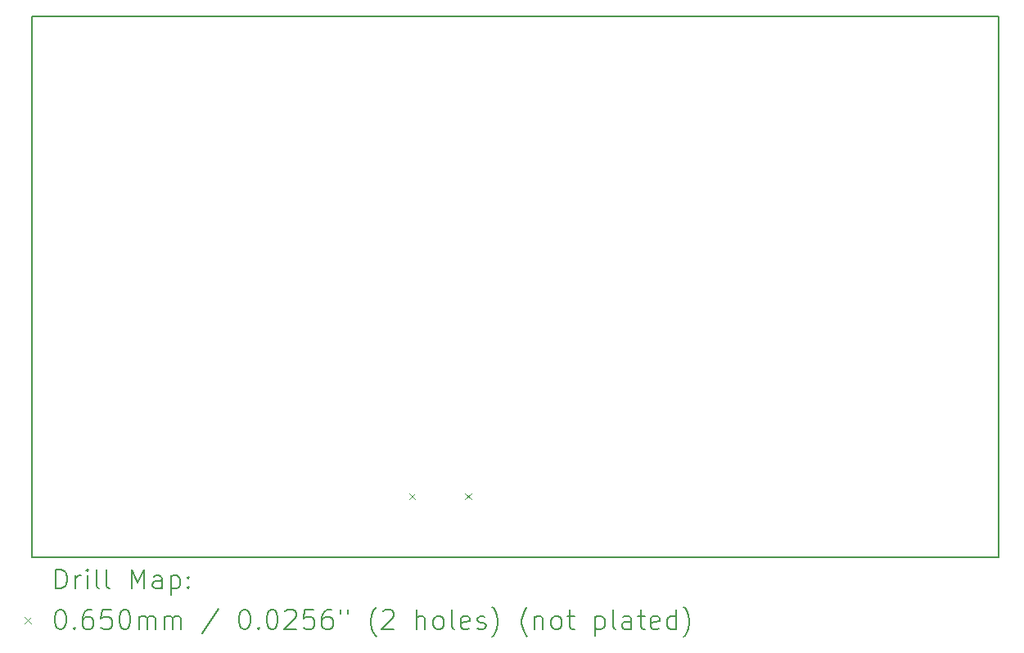
<source format=gbr>
%TF.GenerationSoftware,KiCad,Pcbnew,6.0.7-f9a2dced07~116~ubuntu20.04.1*%
%TF.CreationDate,2022-12-31T15:09:30-05:00*%
%TF.ProjectId,SmallKat v2,536d616c-6c4b-4617-9420-76322e6b6963,rev?*%
%TF.SameCoordinates,Original*%
%TF.FileFunction,Drillmap*%
%TF.FilePolarity,Positive*%
%FSLAX45Y45*%
G04 Gerber Fmt 4.5, Leading zero omitted, Abs format (unit mm)*
G04 Created by KiCad (PCBNEW 6.0.7-f9a2dced07~116~ubuntu20.04.1) date 2022-12-31 15:09:30*
%MOMM*%
%LPD*%
G01*
G04 APERTURE LIST*
%ADD10C,0.200000*%
%ADD11C,0.065000*%
G04 APERTURE END LIST*
D10*
X6815000Y-13780000D02*
X6815000Y-8180000D01*
X6815000Y-8180000D02*
X16815000Y-8180000D01*
X16815000Y-13780000D02*
X16815000Y-8180000D01*
X16815000Y-13780000D02*
X6815000Y-13780000D01*
D11*
X10714385Y-13115000D02*
X10779385Y-13180000D01*
X10779385Y-13115000D02*
X10714385Y-13180000D01*
X11292385Y-13115000D02*
X11357385Y-13180000D01*
X11357385Y-13115000D02*
X11292385Y-13180000D01*
D10*
X7062619Y-14100476D02*
X7062619Y-13900476D01*
X7110238Y-13900476D01*
X7138809Y-13910000D01*
X7157857Y-13929048D01*
X7167381Y-13948095D01*
X7176905Y-13986190D01*
X7176905Y-14014762D01*
X7167381Y-14052857D01*
X7157857Y-14071905D01*
X7138809Y-14090952D01*
X7110238Y-14100476D01*
X7062619Y-14100476D01*
X7262619Y-14100476D02*
X7262619Y-13967143D01*
X7262619Y-14005238D02*
X7272143Y-13986190D01*
X7281667Y-13976667D01*
X7300714Y-13967143D01*
X7319762Y-13967143D01*
X7386428Y-14100476D02*
X7386428Y-13967143D01*
X7386428Y-13900476D02*
X7376905Y-13910000D01*
X7386428Y-13919524D01*
X7395952Y-13910000D01*
X7386428Y-13900476D01*
X7386428Y-13919524D01*
X7510238Y-14100476D02*
X7491190Y-14090952D01*
X7481667Y-14071905D01*
X7481667Y-13900476D01*
X7615000Y-14100476D02*
X7595952Y-14090952D01*
X7586428Y-14071905D01*
X7586428Y-13900476D01*
X7843571Y-14100476D02*
X7843571Y-13900476D01*
X7910238Y-14043333D01*
X7976905Y-13900476D01*
X7976905Y-14100476D01*
X8157857Y-14100476D02*
X8157857Y-13995714D01*
X8148333Y-13976667D01*
X8129286Y-13967143D01*
X8091190Y-13967143D01*
X8072143Y-13976667D01*
X8157857Y-14090952D02*
X8138809Y-14100476D01*
X8091190Y-14100476D01*
X8072143Y-14090952D01*
X8062619Y-14071905D01*
X8062619Y-14052857D01*
X8072143Y-14033809D01*
X8091190Y-14024286D01*
X8138809Y-14024286D01*
X8157857Y-14014762D01*
X8253095Y-13967143D02*
X8253095Y-14167143D01*
X8253095Y-13976667D02*
X8272143Y-13967143D01*
X8310238Y-13967143D01*
X8329286Y-13976667D01*
X8338809Y-13986190D01*
X8348333Y-14005238D01*
X8348333Y-14062381D01*
X8338809Y-14081428D01*
X8329286Y-14090952D01*
X8310238Y-14100476D01*
X8272143Y-14100476D01*
X8253095Y-14090952D01*
X8434048Y-14081428D02*
X8443571Y-14090952D01*
X8434048Y-14100476D01*
X8424524Y-14090952D01*
X8434048Y-14081428D01*
X8434048Y-14100476D01*
X8434048Y-13976667D02*
X8443571Y-13986190D01*
X8434048Y-13995714D01*
X8424524Y-13986190D01*
X8434048Y-13976667D01*
X8434048Y-13995714D01*
D11*
X6740000Y-14397500D02*
X6805000Y-14462500D01*
X6805000Y-14397500D02*
X6740000Y-14462500D01*
D10*
X7100714Y-14320476D02*
X7119762Y-14320476D01*
X7138809Y-14330000D01*
X7148333Y-14339524D01*
X7157857Y-14358571D01*
X7167381Y-14396667D01*
X7167381Y-14444286D01*
X7157857Y-14482381D01*
X7148333Y-14501428D01*
X7138809Y-14510952D01*
X7119762Y-14520476D01*
X7100714Y-14520476D01*
X7081667Y-14510952D01*
X7072143Y-14501428D01*
X7062619Y-14482381D01*
X7053095Y-14444286D01*
X7053095Y-14396667D01*
X7062619Y-14358571D01*
X7072143Y-14339524D01*
X7081667Y-14330000D01*
X7100714Y-14320476D01*
X7253095Y-14501428D02*
X7262619Y-14510952D01*
X7253095Y-14520476D01*
X7243571Y-14510952D01*
X7253095Y-14501428D01*
X7253095Y-14520476D01*
X7434048Y-14320476D02*
X7395952Y-14320476D01*
X7376905Y-14330000D01*
X7367381Y-14339524D01*
X7348333Y-14368095D01*
X7338809Y-14406190D01*
X7338809Y-14482381D01*
X7348333Y-14501428D01*
X7357857Y-14510952D01*
X7376905Y-14520476D01*
X7415000Y-14520476D01*
X7434048Y-14510952D01*
X7443571Y-14501428D01*
X7453095Y-14482381D01*
X7453095Y-14434762D01*
X7443571Y-14415714D01*
X7434048Y-14406190D01*
X7415000Y-14396667D01*
X7376905Y-14396667D01*
X7357857Y-14406190D01*
X7348333Y-14415714D01*
X7338809Y-14434762D01*
X7634048Y-14320476D02*
X7538809Y-14320476D01*
X7529286Y-14415714D01*
X7538809Y-14406190D01*
X7557857Y-14396667D01*
X7605476Y-14396667D01*
X7624524Y-14406190D01*
X7634048Y-14415714D01*
X7643571Y-14434762D01*
X7643571Y-14482381D01*
X7634048Y-14501428D01*
X7624524Y-14510952D01*
X7605476Y-14520476D01*
X7557857Y-14520476D01*
X7538809Y-14510952D01*
X7529286Y-14501428D01*
X7767381Y-14320476D02*
X7786428Y-14320476D01*
X7805476Y-14330000D01*
X7815000Y-14339524D01*
X7824524Y-14358571D01*
X7834048Y-14396667D01*
X7834048Y-14444286D01*
X7824524Y-14482381D01*
X7815000Y-14501428D01*
X7805476Y-14510952D01*
X7786428Y-14520476D01*
X7767381Y-14520476D01*
X7748333Y-14510952D01*
X7738809Y-14501428D01*
X7729286Y-14482381D01*
X7719762Y-14444286D01*
X7719762Y-14396667D01*
X7729286Y-14358571D01*
X7738809Y-14339524D01*
X7748333Y-14330000D01*
X7767381Y-14320476D01*
X7919762Y-14520476D02*
X7919762Y-14387143D01*
X7919762Y-14406190D02*
X7929286Y-14396667D01*
X7948333Y-14387143D01*
X7976905Y-14387143D01*
X7995952Y-14396667D01*
X8005476Y-14415714D01*
X8005476Y-14520476D01*
X8005476Y-14415714D02*
X8015000Y-14396667D01*
X8034048Y-14387143D01*
X8062619Y-14387143D01*
X8081667Y-14396667D01*
X8091190Y-14415714D01*
X8091190Y-14520476D01*
X8186428Y-14520476D02*
X8186428Y-14387143D01*
X8186428Y-14406190D02*
X8195952Y-14396667D01*
X8215000Y-14387143D01*
X8243571Y-14387143D01*
X8262619Y-14396667D01*
X8272143Y-14415714D01*
X8272143Y-14520476D01*
X8272143Y-14415714D02*
X8281667Y-14396667D01*
X8300714Y-14387143D01*
X8329286Y-14387143D01*
X8348333Y-14396667D01*
X8357857Y-14415714D01*
X8357857Y-14520476D01*
X8748333Y-14310952D02*
X8576905Y-14568095D01*
X9005476Y-14320476D02*
X9024524Y-14320476D01*
X9043571Y-14330000D01*
X9053095Y-14339524D01*
X9062619Y-14358571D01*
X9072143Y-14396667D01*
X9072143Y-14444286D01*
X9062619Y-14482381D01*
X9053095Y-14501428D01*
X9043571Y-14510952D01*
X9024524Y-14520476D01*
X9005476Y-14520476D01*
X8986429Y-14510952D01*
X8976905Y-14501428D01*
X8967381Y-14482381D01*
X8957857Y-14444286D01*
X8957857Y-14396667D01*
X8967381Y-14358571D01*
X8976905Y-14339524D01*
X8986429Y-14330000D01*
X9005476Y-14320476D01*
X9157857Y-14501428D02*
X9167381Y-14510952D01*
X9157857Y-14520476D01*
X9148333Y-14510952D01*
X9157857Y-14501428D01*
X9157857Y-14520476D01*
X9291190Y-14320476D02*
X9310238Y-14320476D01*
X9329286Y-14330000D01*
X9338810Y-14339524D01*
X9348333Y-14358571D01*
X9357857Y-14396667D01*
X9357857Y-14444286D01*
X9348333Y-14482381D01*
X9338810Y-14501428D01*
X9329286Y-14510952D01*
X9310238Y-14520476D01*
X9291190Y-14520476D01*
X9272143Y-14510952D01*
X9262619Y-14501428D01*
X9253095Y-14482381D01*
X9243571Y-14444286D01*
X9243571Y-14396667D01*
X9253095Y-14358571D01*
X9262619Y-14339524D01*
X9272143Y-14330000D01*
X9291190Y-14320476D01*
X9434048Y-14339524D02*
X9443571Y-14330000D01*
X9462619Y-14320476D01*
X9510238Y-14320476D01*
X9529286Y-14330000D01*
X9538810Y-14339524D01*
X9548333Y-14358571D01*
X9548333Y-14377619D01*
X9538810Y-14406190D01*
X9424524Y-14520476D01*
X9548333Y-14520476D01*
X9729286Y-14320476D02*
X9634048Y-14320476D01*
X9624524Y-14415714D01*
X9634048Y-14406190D01*
X9653095Y-14396667D01*
X9700714Y-14396667D01*
X9719762Y-14406190D01*
X9729286Y-14415714D01*
X9738810Y-14434762D01*
X9738810Y-14482381D01*
X9729286Y-14501428D01*
X9719762Y-14510952D01*
X9700714Y-14520476D01*
X9653095Y-14520476D01*
X9634048Y-14510952D01*
X9624524Y-14501428D01*
X9910238Y-14320476D02*
X9872143Y-14320476D01*
X9853095Y-14330000D01*
X9843571Y-14339524D01*
X9824524Y-14368095D01*
X9815000Y-14406190D01*
X9815000Y-14482381D01*
X9824524Y-14501428D01*
X9834048Y-14510952D01*
X9853095Y-14520476D01*
X9891190Y-14520476D01*
X9910238Y-14510952D01*
X9919762Y-14501428D01*
X9929286Y-14482381D01*
X9929286Y-14434762D01*
X9919762Y-14415714D01*
X9910238Y-14406190D01*
X9891190Y-14396667D01*
X9853095Y-14396667D01*
X9834048Y-14406190D01*
X9824524Y-14415714D01*
X9815000Y-14434762D01*
X10005476Y-14320476D02*
X10005476Y-14358571D01*
X10081667Y-14320476D02*
X10081667Y-14358571D01*
X10376905Y-14596667D02*
X10367381Y-14587143D01*
X10348333Y-14558571D01*
X10338810Y-14539524D01*
X10329286Y-14510952D01*
X10319762Y-14463333D01*
X10319762Y-14425238D01*
X10329286Y-14377619D01*
X10338810Y-14349048D01*
X10348333Y-14330000D01*
X10367381Y-14301428D01*
X10376905Y-14291905D01*
X10443571Y-14339524D02*
X10453095Y-14330000D01*
X10472143Y-14320476D01*
X10519762Y-14320476D01*
X10538810Y-14330000D01*
X10548333Y-14339524D01*
X10557857Y-14358571D01*
X10557857Y-14377619D01*
X10548333Y-14406190D01*
X10434048Y-14520476D01*
X10557857Y-14520476D01*
X10795952Y-14520476D02*
X10795952Y-14320476D01*
X10881667Y-14520476D02*
X10881667Y-14415714D01*
X10872143Y-14396667D01*
X10853095Y-14387143D01*
X10824524Y-14387143D01*
X10805476Y-14396667D01*
X10795952Y-14406190D01*
X11005476Y-14520476D02*
X10986429Y-14510952D01*
X10976905Y-14501428D01*
X10967381Y-14482381D01*
X10967381Y-14425238D01*
X10976905Y-14406190D01*
X10986429Y-14396667D01*
X11005476Y-14387143D01*
X11034048Y-14387143D01*
X11053095Y-14396667D01*
X11062619Y-14406190D01*
X11072143Y-14425238D01*
X11072143Y-14482381D01*
X11062619Y-14501428D01*
X11053095Y-14510952D01*
X11034048Y-14520476D01*
X11005476Y-14520476D01*
X11186428Y-14520476D02*
X11167381Y-14510952D01*
X11157857Y-14491905D01*
X11157857Y-14320476D01*
X11338809Y-14510952D02*
X11319762Y-14520476D01*
X11281667Y-14520476D01*
X11262619Y-14510952D01*
X11253095Y-14491905D01*
X11253095Y-14415714D01*
X11262619Y-14396667D01*
X11281667Y-14387143D01*
X11319762Y-14387143D01*
X11338809Y-14396667D01*
X11348333Y-14415714D01*
X11348333Y-14434762D01*
X11253095Y-14453809D01*
X11424524Y-14510952D02*
X11443571Y-14520476D01*
X11481667Y-14520476D01*
X11500714Y-14510952D01*
X11510238Y-14491905D01*
X11510238Y-14482381D01*
X11500714Y-14463333D01*
X11481667Y-14453809D01*
X11453095Y-14453809D01*
X11434048Y-14444286D01*
X11424524Y-14425238D01*
X11424524Y-14415714D01*
X11434048Y-14396667D01*
X11453095Y-14387143D01*
X11481667Y-14387143D01*
X11500714Y-14396667D01*
X11576905Y-14596667D02*
X11586428Y-14587143D01*
X11605476Y-14558571D01*
X11615000Y-14539524D01*
X11624524Y-14510952D01*
X11634048Y-14463333D01*
X11634048Y-14425238D01*
X11624524Y-14377619D01*
X11615000Y-14349048D01*
X11605476Y-14330000D01*
X11586428Y-14301428D01*
X11576905Y-14291905D01*
X11938809Y-14596667D02*
X11929286Y-14587143D01*
X11910238Y-14558571D01*
X11900714Y-14539524D01*
X11891190Y-14510952D01*
X11881667Y-14463333D01*
X11881667Y-14425238D01*
X11891190Y-14377619D01*
X11900714Y-14349048D01*
X11910238Y-14330000D01*
X11929286Y-14301428D01*
X11938809Y-14291905D01*
X12015000Y-14387143D02*
X12015000Y-14520476D01*
X12015000Y-14406190D02*
X12024524Y-14396667D01*
X12043571Y-14387143D01*
X12072143Y-14387143D01*
X12091190Y-14396667D01*
X12100714Y-14415714D01*
X12100714Y-14520476D01*
X12224524Y-14520476D02*
X12205476Y-14510952D01*
X12195952Y-14501428D01*
X12186428Y-14482381D01*
X12186428Y-14425238D01*
X12195952Y-14406190D01*
X12205476Y-14396667D01*
X12224524Y-14387143D01*
X12253095Y-14387143D01*
X12272143Y-14396667D01*
X12281667Y-14406190D01*
X12291190Y-14425238D01*
X12291190Y-14482381D01*
X12281667Y-14501428D01*
X12272143Y-14510952D01*
X12253095Y-14520476D01*
X12224524Y-14520476D01*
X12348333Y-14387143D02*
X12424524Y-14387143D01*
X12376905Y-14320476D02*
X12376905Y-14491905D01*
X12386428Y-14510952D01*
X12405476Y-14520476D01*
X12424524Y-14520476D01*
X12643571Y-14387143D02*
X12643571Y-14587143D01*
X12643571Y-14396667D02*
X12662619Y-14387143D01*
X12700714Y-14387143D01*
X12719762Y-14396667D01*
X12729286Y-14406190D01*
X12738809Y-14425238D01*
X12738809Y-14482381D01*
X12729286Y-14501428D01*
X12719762Y-14510952D01*
X12700714Y-14520476D01*
X12662619Y-14520476D01*
X12643571Y-14510952D01*
X12853095Y-14520476D02*
X12834048Y-14510952D01*
X12824524Y-14491905D01*
X12824524Y-14320476D01*
X13015000Y-14520476D02*
X13015000Y-14415714D01*
X13005476Y-14396667D01*
X12986428Y-14387143D01*
X12948333Y-14387143D01*
X12929286Y-14396667D01*
X13015000Y-14510952D02*
X12995952Y-14520476D01*
X12948333Y-14520476D01*
X12929286Y-14510952D01*
X12919762Y-14491905D01*
X12919762Y-14472857D01*
X12929286Y-14453809D01*
X12948333Y-14444286D01*
X12995952Y-14444286D01*
X13015000Y-14434762D01*
X13081667Y-14387143D02*
X13157857Y-14387143D01*
X13110238Y-14320476D02*
X13110238Y-14491905D01*
X13119762Y-14510952D01*
X13138809Y-14520476D01*
X13157857Y-14520476D01*
X13300714Y-14510952D02*
X13281667Y-14520476D01*
X13243571Y-14520476D01*
X13224524Y-14510952D01*
X13215000Y-14491905D01*
X13215000Y-14415714D01*
X13224524Y-14396667D01*
X13243571Y-14387143D01*
X13281667Y-14387143D01*
X13300714Y-14396667D01*
X13310238Y-14415714D01*
X13310238Y-14434762D01*
X13215000Y-14453809D01*
X13481667Y-14520476D02*
X13481667Y-14320476D01*
X13481667Y-14510952D02*
X13462619Y-14520476D01*
X13424524Y-14520476D01*
X13405476Y-14510952D01*
X13395952Y-14501428D01*
X13386428Y-14482381D01*
X13386428Y-14425238D01*
X13395952Y-14406190D01*
X13405476Y-14396667D01*
X13424524Y-14387143D01*
X13462619Y-14387143D01*
X13481667Y-14396667D01*
X13557857Y-14596667D02*
X13567381Y-14587143D01*
X13586428Y-14558571D01*
X13595952Y-14539524D01*
X13605476Y-14510952D01*
X13615000Y-14463333D01*
X13615000Y-14425238D01*
X13605476Y-14377619D01*
X13595952Y-14349048D01*
X13586428Y-14330000D01*
X13567381Y-14301428D01*
X13557857Y-14291905D01*
M02*

</source>
